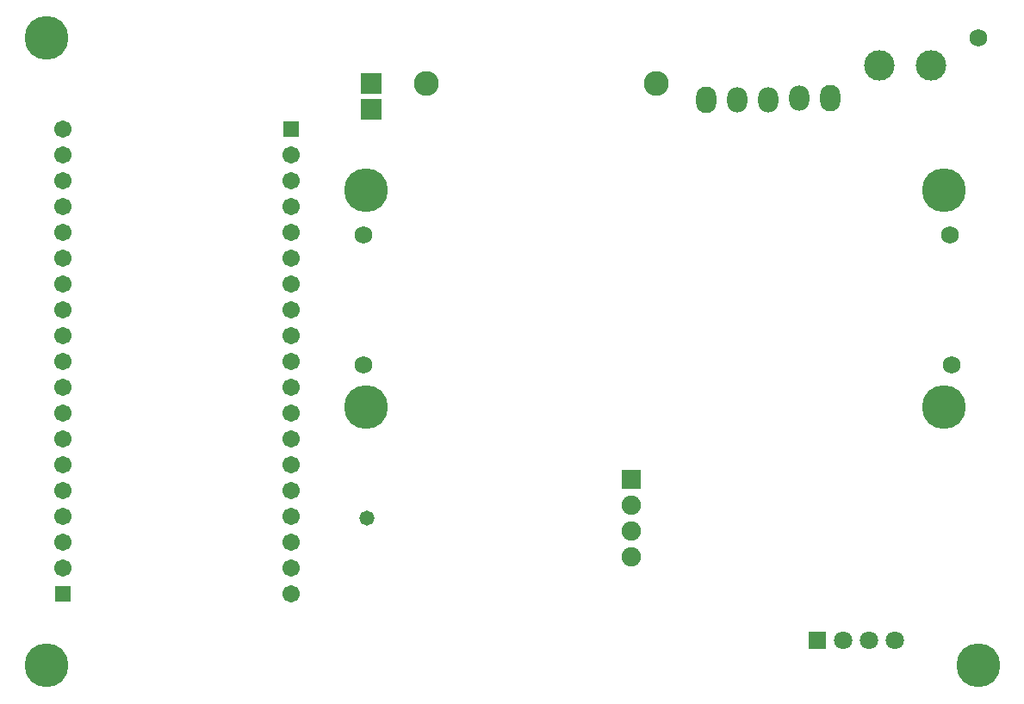
<source format=gbs>
G04*
G04 #@! TF.GenerationSoftware,Altium Limited,Altium Designer,24.9.1 (31)*
G04*
G04 Layer_Color=16711935*
%FSTAX24Y24*%
%MOIN*%
G70*
G04*
G04 #@! TF.SameCoordinates,937A2281-D82C-41EB-8C72-0E8F8F28929F*
G04*
G04*
G04 #@! TF.FilePolarity,Negative*
G04*
G01*
G75*
%ADD20C,0.0749*%
%ADD21R,0.0749X0.0749*%
%ADD22C,0.0671*%
%ADD24C,0.0680*%
%ADD25C,0.1694*%
%ADD26O,0.0780X0.1030*%
%ADD27O,0.0780X0.0980*%
%ADD28C,0.1180*%
%ADD29C,0.0710*%
%ADD30R,0.0710X0.0710*%
%ADD31C,0.0966*%
%ADD32R,0.0789X0.0789*%
%ADD33C,0.0580*%
%ADD54R,0.0611X0.0611*%
D20*
X03685Y025268D02*
D03*
Y026268D02*
D03*
Y027268D02*
D03*
D21*
Y028268D02*
D03*
D22*
X023694Y023826D02*
D03*
Y024826D02*
D03*
Y025826D02*
D03*
Y026826D02*
D03*
Y027826D02*
D03*
Y028826D02*
D03*
Y029826D02*
D03*
Y030826D02*
D03*
Y031826D02*
D03*
Y032826D02*
D03*
Y033826D02*
D03*
Y035826D02*
D03*
Y039826D02*
D03*
Y036826D02*
D03*
Y037826D02*
D03*
Y038826D02*
D03*
Y040826D02*
D03*
Y034826D02*
D03*
X014843Y024843D02*
D03*
Y025843D02*
D03*
Y038843D02*
D03*
Y037843D02*
D03*
Y036843D02*
D03*
Y035843D02*
D03*
Y034843D02*
D03*
Y039843D02*
D03*
Y041843D02*
D03*
Y040843D02*
D03*
Y033843D02*
D03*
Y032843D02*
D03*
Y031843D02*
D03*
Y030843D02*
D03*
Y029843D02*
D03*
Y028843D02*
D03*
Y027843D02*
D03*
Y026843D02*
D03*
D24*
X049248Y032689D02*
D03*
X0265Y037748D02*
D03*
Y032689D02*
D03*
X049201Y037748D02*
D03*
X050276Y045354D02*
D03*
D25*
X048952Y031069D02*
D03*
Y039469D02*
D03*
X026602Y031069D02*
D03*
Y039469D02*
D03*
X014213Y021063D02*
D03*
X050276D02*
D03*
X014213Y045354D02*
D03*
D26*
X044561Y043021D02*
D03*
X039761Y042971D02*
D03*
D27*
X043361Y043021D02*
D03*
X042161Y042971D02*
D03*
X040961D02*
D03*
D28*
X048465Y044291D02*
D03*
X046465D02*
D03*
D29*
X047039Y022047D02*
D03*
X045039D02*
D03*
X046039D02*
D03*
D30*
X044039D02*
D03*
D31*
X037835Y043583D02*
D03*
X028937D02*
D03*
D32*
X026772Y042598D02*
D03*
Y043598D02*
D03*
D33*
X026615Y026765D02*
D03*
D54*
X023694Y041826D02*
D03*
X014843Y023843D02*
D03*
M02*

</source>
